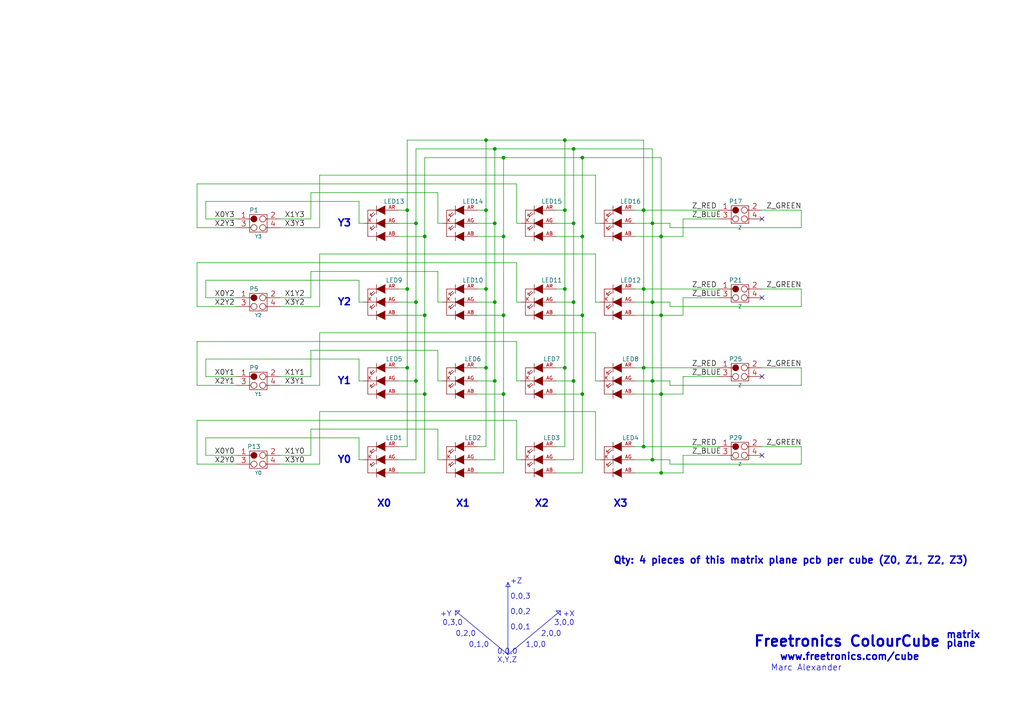
<source format=kicad_sch>
(kicad_sch (version 20230121) (generator eeschema)
  (paper "A4")
  (title_block (title "RGB LED Cube 4x4x4") (date "14 jul 2012") (rev "1") (company "Freetronics"))
  (lib_symbols
    (symbol "cube4-matrix-plane-rescue:LED_RGB_COM_K" (pin_names (offset 1.016) hide)
      (property "Reference" "LED" (at -3.81 2.54 0))
      (property "Value" "LED_RGB_COM_K" (at 1.27 -10.16 0))
      (symbol "LED_RGB_COM_K_0_1"
        (polyline (pts (xy 1.27 -7.62) (xy 3.81 -7.62)))
        (polyline (pts (xy 1.27 -6.35) (xy 1.27 -8.89)))
        (polyline (pts (xy 1.27 -2.54) (xy 1.27 -5.08)))
        (polyline (pts (xy 1.27 0) (xy 3.81 0)))
        (polyline (pts (xy 1.27 1.27) (xy 1.27 -1.27)))
        (polyline (pts (xy 3.81 -3.81) (xy 3.81 -7.62)))
        (polyline (pts (xy 3.81 0) (xy 3.81 -3.81)))
        (polyline (pts (xy -1.27 -6.35) (xy 1.27 -7.62) (xy -1.27 -8.89)) (fill (type outline)))
        (polyline (pts (xy -1.27 -2.54) (xy 1.27 -3.81) (xy -1.27 -5.08)) (fill (type outline)))
        (polyline (pts (xy -1.27 1.27) (xy 1.27 0) (xy -1.27 -1.27)) (fill (type outline)))
        (polyline (pts (xy 1.651 -4.826) (xy 2.794 -5.842) (xy 2.667 -5.207)))
        (polyline (pts (xy 1.651 -1.016) (xy 2.794 -2.032) (xy 2.667 -1.397)))
        (polyline (pts (xy 2.032 -4.445) (xy 3.175 -5.461) (xy 3.048 -4.826)))
        (polyline (pts (xy 2.032 -0.635) (xy 3.175 -1.651) (xy 3.048 -1.016)))
      )
      (symbol "LED_RGB_COM_K_1_1"
        (pin passive line (at -5.08 -7.62 0) (length 3.81) (name "AB") (number "AB"))
        (pin passive line (at -5.08 -3.81 0) (length 3.81) (name "AG") (number "AG"))
        (pin passive line (at -5.08 0 0) (length 3.81) (name "AR") (number "AR"))
        (pin passive line (at 5.08 -3.81 180) (length 3.81) (name "K") (number "K"))
      )
    )
    (symbol "cube4-matrix-plane-rescue:M02X02" (pin_names (offset 0.762) hide)
      (property "Reference" "JP" (at -2.54 2.54 0))
      (property "Value" "M02X02" (at -1.27 -5.08 0))
      (symbol "M02X02_0_1"
        (circle (center -2.54 0) (radius 0.889) (fill (type outline)))
        (polyline (pts (xy -3.81 1.27) (xy 1.27 1.27) (xy 1.27 -3.81) (xy -3.81 -3.81) (xy -3.81 1.27)))
        (circle (center 0 0) (radius 0.889))
        (pin passive line (at -7.62 0 0) (length 4.191) (name "1") (number "1"))
        (pin passive line (at 5.08 0 180) (length 4.191) (name "2") (number "2"))
        (pin passive line (at -7.62 -2.54 0) (length 4.191) (name "3") (number "3"))
        (pin passive line (at 5.08 -2.54 180) (length 4.191) (name "4") (number "4"))
      )
      (symbol "M02X02_1_1"
        (circle (center -2.54 -2.54) (radius 0.889))
        (circle (center 0 -2.54) (radius 0.889))
      )
    )
  )
  (junction (at 191.77 137.16))
  (junction (at 191.77 91.44))
  (junction (at 140.97 83.82))
  (junction (at 186.69 106.68))
  (junction (at 163.83 106.68))
  (junction (at 123.19 68.58))
  (junction (at 191.77 114.3))
  (junction (at 143.51 87.63))
  (junction (at 143.51 64.77))
  (junction (at 143.51 110.49))
  (junction (at 120.65 87.63))
  (junction (at 163.83 83.82))
  (junction (at 163.83 40.64))
  (junction (at 166.37 87.63))
  (junction (at 140.97 60.96))
  (junction (at 168.91 45.72))
  (junction (at 120.65 64.77))
  (junction (at 166.37 43.18))
  (junction (at 189.23 133.35))
  (junction (at 166.37 110.49))
  (junction (at 168.91 68.58))
  (junction (at 146.05 91.44))
  (junction (at 146.05 114.3))
  (junction (at 118.11 83.82))
  (junction (at 168.91 114.3))
  (junction (at 186.69 60.96))
  (junction (at 140.97 106.68))
  (junction (at 166.37 64.77))
  (junction (at 146.05 45.72))
  (junction (at 189.23 64.77))
  (junction (at 189.23 87.63))
  (junction (at 186.69 129.54))
  (junction (at 143.51 43.18))
  (junction (at 118.11 106.68))
  (junction (at 146.05 68.58))
  (junction (at 123.19 91.44))
  (junction (at 191.77 68.58))
  (junction (at 186.69 83.82))
  (junction (at 189.23 110.49))
  (junction (at 140.97 40.64))
  (junction (at 118.11 60.96))
  (junction (at 123.19 114.3))
  (junction (at 168.91 91.44))
  (junction (at 163.83 60.96))
  (junction (at 120.65 110.49))
  (no_connect (at 220.98 109.22))
  (no_connect (at 220.98 132.08))
  (no_connect (at 220.98 63.5))
  (no_connect (at 220.98 86.36))
  (wire (pts (xy 186.69 60.96) (xy 186.69 40.64)))
  (wire (pts (xy 186.69 83.82) (xy 184.15 83.82)))
  (wire (pts (xy 146.05 68.58) (xy 138.43 68.58)))
  (wire (pts (xy 186.69 83.82) (xy 186.69 60.96)))
  (wire (pts (xy 194.31 64.77) (xy 189.23 64.77)))
  (wire (pts (xy 138.43 114.3) (xy 146.05 114.3)))
  (wire (pts (xy 173.99 64.77) (xy 172.72 64.77)))
  (wire (pts (xy 127 110.49) (xy 128.27 110.49)))
  (wire (pts (xy 186.69 106.68) (xy 186.69 83.82)))
  (wire (pts (xy 232.41 129.54) (xy 220.98 129.54)))
  (wire (pts (xy 118.11 40.64) (xy 118.11 60.96)))
  (polyline (pts (xy 162.56 177.165) (xy 161.29 177.165)))
  (wire (pts (xy 127 124.46) (xy 127 133.35)))
  (wire (pts (xy 189.23 87.63) (xy 189.23 110.49)))
  (wire (pts (xy 57.15 53.34) (xy 149.86 53.34)))
  (wire (pts (xy 166.37 133.35) (xy 166.37 110.49)))
  (wire (pts (xy 115.57 87.63) (xy 120.65 87.63)))
  (wire (pts (xy 127 133.35) (xy 128.27 133.35)))
  (wire (pts (xy 59.69 127) (xy 59.69 132.08)))
  (wire (pts (xy 115.57 133.35) (xy 120.65 133.35)))
  (wire (pts (xy 123.19 137.16) (xy 123.19 114.3)))
  (wire (pts (xy 172.72 110.49) (xy 173.99 110.49)))
  (wire (pts (xy 143.51 43.18) (xy 143.51 64.77)))
  (wire (pts (xy 198.12 109.22) (xy 208.28 109.22)))
  (wire (pts (xy 208.28 106.68) (xy 186.69 106.68)))
  (wire (pts (xy 59.69 58.42) (xy 104.14 58.42)))
  (wire (pts (xy 105.41 133.35) (xy 104.14 133.35)))
  (wire (pts (xy 198.12 114.3) (xy 198.12 109.22)))
  (wire (pts (xy 92.71 66.04) (xy 81.28 66.04)))
  (wire (pts (xy 59.69 63.5) (xy 68.58 63.5)))
  (wire (pts (xy 59.69 86.36) (xy 59.69 81.28)))
  (wire (pts (xy 127 55.88) (xy 90.17 55.88)))
  (wire (pts (xy 163.83 129.54) (xy 161.29 129.54)))
  (wire (pts (xy 92.71 134.62) (xy 92.71 119.38)))
  (wire (pts (xy 163.83 60.96) (xy 163.83 83.82)))
  (wire (pts (xy 194.31 66.04) (xy 194.31 64.77)))
  (wire (pts (xy 189.23 110.49) (xy 189.23 133.35)))
  (wire (pts (xy 191.77 68.58) (xy 198.12 68.58)))
  (wire (pts (xy 149.86 133.35) (xy 149.86 121.92)))
  (wire (pts (xy 166.37 43.18) (xy 189.23 43.18)))
  (wire (pts (xy 198.12 68.58) (xy 198.12 63.5)))
  (wire (pts (xy 57.15 88.9) (xy 57.15 76.2)))
  (wire (pts (xy 232.41 88.9) (xy 232.41 83.82)))
  (wire (pts (xy 194.31 88.9) (xy 194.31 87.63)))
  (wire (pts (xy 146.05 45.72) (xy 168.91 45.72)))
  (wire (pts (xy 163.83 60.96) (xy 161.29 60.96)))
  (wire (pts (xy 186.69 129.54) (xy 186.69 106.68)))
  (wire (pts (xy 184.15 114.3) (xy 191.77 114.3)))
  (wire (pts (xy 149.86 64.77) (xy 151.13 64.77)))
  (wire (pts (xy 138.43 137.16) (xy 146.05 137.16)))
  (wire (pts (xy 127 64.77) (xy 127 55.88)))
  (wire (pts (xy 115.57 83.82) (xy 118.11 83.82)))
  (wire (pts (xy 161.29 133.35) (xy 166.37 133.35)))
  (wire (pts (xy 232.41 60.96) (xy 232.41 66.04)))
  (wire (pts (xy 208.28 86.36) (xy 198.12 86.36)))
  (wire (pts (xy 220.98 60.96) (xy 232.41 60.96)))
  (wire (pts (xy 168.91 68.58) (xy 168.91 91.44)))
  (wire (pts (xy 168.91 114.3) (xy 168.91 137.16)))
  (wire (pts (xy 92.71 96.52) (xy 172.72 96.52)))
  (wire (pts (xy 104.14 133.35) (xy 104.14 127)))
  (wire (pts (xy 172.72 64.77) (xy 172.72 50.8)))
  (wire (pts (xy 161.29 114.3) (xy 168.91 114.3)))
  (wire (pts (xy 168.91 68.58) (xy 161.29 68.58)))
  (wire (pts (xy 149.86 110.49) (xy 149.86 99.06)))
  (polyline (pts (xy 147.32 189.865) (xy 147.32 168.91)))
  (wire (pts (xy 140.97 83.82) (xy 140.97 60.96)))
  (wire (pts (xy 143.51 64.77) (xy 143.51 87.63)))
  (wire (pts (xy 149.86 87.63) (xy 149.86 76.2)))
  (wire (pts (xy 104.14 81.28) (xy 59.69 81.28)))
  (wire (pts (xy 138.43 129.54) (xy 140.97 129.54)))
  (wire (pts (xy 128.27 64.77) (xy 127 64.77)))
  (wire (pts (xy 194.31 133.35) (xy 189.23 133.35)))
  (wire (pts (xy 90.17 86.36) (xy 90.17 78.74)))
  (wire (pts (xy 172.72 50.8) (xy 92.71 50.8)))
  (wire (pts (xy 166.37 64.77) (xy 166.37 43.18)))
  (wire (pts (xy 138.43 110.49) (xy 143.51 110.49)))
  (wire (pts (xy 104.14 87.63) (xy 104.14 81.28)))
  (wire (pts (xy 184.15 91.44) (xy 191.77 91.44)))
  (wire (pts (xy 57.15 66.04) (xy 57.15 53.34)))
  (polyline (pts (xy 132.08 177.165) (xy 132.08 178.435)))
  (wire (pts (xy 189.23 64.77) (xy 184.15 64.77)))
  (wire (pts (xy 104.14 110.49) (xy 105.41 110.49)))
  (wire (pts (xy 123.19 137.16) (xy 115.57 137.16)))
  (wire (pts (xy 191.77 114.3) (xy 191.77 137.16)))
  (wire (pts (xy 123.19 114.3) (xy 123.19 91.44)))
  (wire (pts (xy 146.05 91.44) (xy 146.05 68.58)))
  (wire (pts (xy 232.41 111.76) (xy 194.31 111.76)))
  (polyline (pts (xy 133.35 177.165) (xy 132.08 178.435)))
  (wire (pts (xy 68.58 66.04) (xy 57.15 66.04)))
  (wire (pts (xy 163.83 40.64) (xy 163.83 60.96)))
  (wire (pts (xy 232.41 66.04) (xy 194.31 66.04)))
  (wire (pts (xy 198.12 86.36) (xy 198.12 91.44)))
  (wire (pts (xy 172.72 73.66) (xy 172.72 87.63)))
  (polyline (pts (xy 132.08 177.165) (xy 147.32 189.865)))
  (wire (pts (xy 104.14 127) (xy 59.69 127)))
  (wire (pts (xy 138.43 83.82) (xy 140.97 83.82)))
  (wire (pts (xy 81.28 134.62) (xy 92.71 134.62)))
  (wire (pts (xy 120.65 64.77) (xy 120.65 43.18)))
  (wire (pts (xy 198.12 132.08) (xy 198.12 137.16)))
  (wire (pts (xy 143.51 110.49) (xy 143.51 133.35)))
  (wire (pts (xy 57.15 121.92) (xy 57.15 134.62)))
  (wire (pts (xy 118.11 60.96) (xy 115.57 60.96)))
  (wire (pts (xy 90.17 101.6) (xy 90.17 109.22)))
  (wire (pts (xy 59.69 109.22) (xy 59.69 104.14)))
  (wire (pts (xy 59.69 132.08) (xy 68.58 132.08)))
  (wire (pts (xy 191.77 114.3) (xy 198.12 114.3)))
  (wire (pts (xy 115.57 114.3) (xy 123.19 114.3)))
  (wire (pts (xy 105.41 87.63) (xy 104.14 87.63)))
  (wire (pts (xy 123.19 91.44) (xy 123.19 68.58)))
  (wire (pts (xy 149.86 76.2) (xy 57.15 76.2)))
  (wire (pts (xy 92.71 119.38) (xy 172.72 119.38)))
  (wire (pts (xy 161.29 91.44) (xy 168.91 91.44)))
  (wire (pts (xy 120.65 87.63) (xy 120.65 64.77)))
  (wire (pts (xy 189.23 43.18) (xy 189.23 64.77)))
  (wire (pts (xy 92.71 50.8) (xy 92.71 66.04)))
  (wire (pts (xy 220.98 106.68) (xy 232.41 106.68)))
  (wire (pts (xy 140.97 106.68) (xy 140.97 83.82)))
  (wire (pts (xy 232.41 134.62) (xy 232.41 129.54)))
  (wire (pts (xy 104.14 64.77) (xy 105.41 64.77)))
  (wire (pts (xy 198.12 63.5) (xy 208.28 63.5)))
  (wire (pts (xy 143.51 64.77) (xy 138.43 64.77)))
  (wire (pts (xy 194.31 88.9) (xy 232.41 88.9)))
  (wire (pts (xy 166.37 87.63) (xy 166.37 64.77)))
  (wire (pts (xy 118.11 60.96) (xy 118.11 83.82)))
  (polyline (pts (xy 146.685 170.18) (xy 147.32 168.91)))
  (wire (pts (xy 161.29 110.49) (xy 166.37 110.49)))
  (wire (pts (xy 115.57 106.68) (xy 118.11 106.68)))
  (wire (pts (xy 120.65 133.35) (xy 120.65 110.49)))
  (wire (pts (xy 208.28 83.82) (xy 186.69 83.82)))
  (wire (pts (xy 90.17 55.88) (xy 90.17 63.5)))
  (wire (pts (xy 191.77 68.58) (xy 191.77 91.44)))
  (wire (pts (xy 151.13 110.49) (xy 149.86 110.49)))
  (wire (pts (xy 172.72 119.38) (xy 172.72 133.35)))
  (wire (pts (xy 140.97 40.64) (xy 118.11 40.64)))
  (wire (pts (xy 168.91 137.16) (xy 161.29 137.16)))
  (wire (pts (xy 189.23 133.35) (xy 184.15 133.35)))
  (wire (pts (xy 149.86 53.34) (xy 149.86 64.77)))
  (wire (pts (xy 198.12 137.16) (xy 191.77 137.16)))
  (wire (pts (xy 57.15 111.76) (xy 68.58 111.76)))
  (polyline (pts (xy 162.56 177.165) (xy 147.32 189.865)))
  (wire (pts (xy 208.28 129.54) (xy 186.69 129.54)))
  (wire (pts (xy 146.05 114.3) (xy 146.05 91.44)))
  (wire (pts (xy 59.69 63.5) (xy 59.69 58.42)))
  (wire (pts (xy 138.43 91.44) (xy 146.05 91.44)))
  (wire (pts (xy 120.65 110.49) (xy 120.65 87.63)))
  (wire (pts (xy 191.77 91.44) (xy 191.77 114.3)))
  (wire (pts (xy 151.13 87.63) (xy 149.86 87.63)))
  (wire (pts (xy 168.91 45.72) (xy 191.77 45.72)))
  (wire (pts (xy 90.17 78.74) (xy 127 78.74)))
  (wire (pts (xy 68.58 88.9) (xy 57.15 88.9)))
  (wire (pts (xy 143.51 87.63) (xy 143.51 110.49)))
  (wire (pts (xy 92.71 96.52) (xy 92.71 111.76)))
  (wire (pts (xy 90.17 109.22) (xy 81.28 109.22)))
  (wire (pts (xy 186.69 40.64) (xy 163.83 40.64)))
  (wire (pts (xy 92.71 111.76) (xy 81.28 111.76)))
  (wire (pts (xy 208.28 132.08) (xy 198.12 132.08)))
  (wire (pts (xy 120.65 64.77) (xy 115.57 64.77)))
  (polyline (pts (xy 162.56 177.165) (xy 162.56 178.435)))
  (wire (pts (xy 189.23 110.49) (xy 184.15 110.49)))
  (wire (pts (xy 59.69 86.36) (xy 68.58 86.36)))
  (wire (pts (xy 166.37 110.49) (xy 166.37 87.63)))
  (wire (pts (xy 189.23 87.63) (xy 184.15 87.63)))
  (wire (pts (xy 161.29 87.63) (xy 166.37 87.63)))
  (wire (pts (xy 140.97 129.54) (xy 140.97 106.68)))
  (wire (pts (xy 189.23 64.77) (xy 189.23 87.63)))
  (polyline (pts (xy 146.685 170.18) (xy 147.955 170.18)))
  (wire (pts (xy 191.77 91.44) (xy 198.12 91.44)))
  (wire (pts (xy 118.11 83.82) (xy 118.11 106.68)))
  (wire (pts (xy 149.86 121.92) (xy 57.15 121.92)))
  (wire (pts (xy 186.69 60.96) (xy 184.15 60.96)))
  (wire (pts (xy 57.15 111.76) (xy 57.15 99.06)))
  (wire (pts (xy 90.17 132.08) (xy 90.17 124.46)))
  (wire (pts (xy 161.29 83.82) (xy 163.83 83.82)))
  (wire (pts (xy 232.41 83.82) (xy 220.98 83.82)))
  (wire (pts (xy 140.97 60.96) (xy 138.43 60.96)))
  (wire (pts (xy 118.11 129.54) (xy 115.57 129.54)))
  (wire (pts (xy 90.17 124.46) (xy 127 124.46)))
  (wire (pts (xy 163.83 83.82) (xy 163.83 106.68)))
  (wire (pts (xy 140.97 60.96) (xy 140.97 40.64)))
  (wire (pts (xy 143.51 133.35) (xy 138.43 133.35)))
  (wire (pts (xy 146.05 137.16) (xy 146.05 114.3)))
  (wire (pts (xy 166.37 64.77) (xy 161.29 64.77)))
  (polyline (pts (xy 161.29 177.165) (xy 162.56 178.435)))
  (wire (pts (xy 232.41 106.68) (xy 232.41 111.76)))
  (wire (pts (xy 172.72 133.35) (xy 173.99 133.35)))
  (wire (pts (xy 104.14 104.14) (xy 104.14 110.49)))
  (wire (pts (xy 127 87.63) (xy 128.27 87.63)))
  (wire (pts (xy 90.17 63.5) (xy 81.28 63.5)))
  (wire (pts (xy 138.43 106.68) (xy 140.97 106.68)))
  (wire (pts (xy 194.31 111.76) (xy 194.31 110.49)))
  (wire (pts (xy 163.83 106.68) (xy 163.83 129.54)))
  (wire (pts (xy 172.72 87.63) (xy 173.99 87.63)))
  (wire (pts (xy 127 101.6) (xy 127 110.49)))
  (wire (pts (xy 186.69 129.54) (xy 184.15 129.54)))
  (wire (pts (xy 81.28 86.36) (xy 90.17 86.36)))
  (wire (pts (xy 163.83 40.64) (xy 140.97 40.64)))
  (wire (pts (xy 194.31 134.62) (xy 232.41 134.62)))
  (wire (pts (xy 92.71 88.9) (xy 92.71 73.66)))
  (wire (pts (xy 104.14 104.14) (xy 59.69 104.14)))
  (wire (pts (xy 138.43 87.63) (xy 143.51 87.63)))
  (wire (pts (xy 115.57 110.49) (xy 120.65 110.49)))
  (wire (pts (xy 57.15 99.06) (xy 149.86 99.06)))
  (wire (pts (xy 194.31 110.49) (xy 189.23 110.49)))
  (wire (pts (xy 123.19 68.58) (xy 115.57 68.58)))
  (wire (pts (xy 186.69 106.68) (xy 184.15 106.68)))
  (wire (pts (xy 184.15 68.58) (xy 191.77 68.58)))
  (wire (pts (xy 90.17 101.6) (xy 127 101.6)))
  (wire (pts (xy 151.13 133.35) (xy 149.86 133.35)))
  (wire (pts (xy 81.28 132.08) (xy 90.17 132.08)))
  (wire (pts (xy 168.91 45.72) (xy 168.91 68.58)))
  (wire (pts (xy 115.57 91.44) (xy 123.19 91.44)))
  (wire (pts (xy 118.11 106.68) (xy 118.11 129.54)))
  (wire (pts (xy 143.51 43.18) (xy 166.37 43.18)))
  (wire (pts (xy 68.58 109.22) (xy 59.69 109.22)))
  (wire (pts (xy 127 78.74) (xy 127 87.63)))
  (wire (pts (xy 146.05 68.58) (xy 146.05 45.72)))
  (wire (pts (xy 194.31 134.62) (xy 194.31 133.35)))
  (wire (pts (xy 120.65 43.18) (xy 143.51 43.18)))
  (wire (pts (xy 194.31 87.63) (xy 189.23 87.63)))
  (wire (pts (xy 57.15 134.62) (xy 68.58 134.62)))
  (wire (pts (xy 123.19 68.58) (xy 123.19 45.72)))
  (wire (pts (xy 191.77 45.72) (xy 191.77 68.58)))
  (wire (pts (xy 191.77 137.16) (xy 184.15 137.16)))
  (polyline (pts (xy 147.955 170.18) (xy 147.32 168.91)))
  (wire (pts (xy 104.14 58.42) (xy 104.14 64.77)))
  (wire (pts (xy 168.91 91.44) (xy 168.91 114.3)))
  (wire (pts (xy 172.72 96.52) (xy 172.72 110.49)))
  (polyline (pts (xy 133.35 177.165) (xy 132.08 177.165)))
  (wire (pts (xy 92.71 73.66) (xy 172.72 73.66)))
  (wire (pts (xy 208.28 60.96) (xy 186.69 60.96)))
  (wire (pts (xy 161.29 106.68) (xy 163.83 106.68)))
  (wire (pts (xy 123.19 45.72) (xy 146.05 45.72)))
  (wire (pts (xy 81.28 88.9) (xy 92.71 88.9)))
  (text "X2" (at 154.94 147.32 0) (effects (font (size 2.032 2.032) (thickness 0.4064) bold) (justify left bottom)))
  (text "0,0,2" (at 147.955 178.435 0) (effects (font (size 1.524 1.524)) (justify left bottom)))
  (text "0,0,0\nX,Y,Z" (at 144.145 192.405 0) (effects (font (size 1.524 1.524)) (justify left bottom)))
  (text "Y3" (at 97.79 66.04 0) (effects (font (size 2.032 2.032) (thickness 0.4064) bold) (justify left bottom)))
  (text "Qty: 4 pieces of this matrix plane pcb per cube (Z0, Z1, Z2, Z3)" (at 177.8 163.83 0) (effects (font (size 2.032 2.032) (thickness 0.4064) bold) (justify left bottom)))
  (text "1,0,0" (at 152.4 187.96 0) (effects (font (size 1.524 1.524)) (justify left bottom)))
  (text "+Y" (at 127.635 179.07 0) (effects (font (size 1.524 1.524)) (justify left bottom)))
  (text "0,1,0" (at 135.89 187.96 0) (effects (font (size 1.524 1.524)) (justify left bottom)))
  (text "Freetronics ColourCube" (at 218.44 187.96 0) (effects (font (size 3.048 3.048) (thickness 0.6096) bold) (justify left bottom)))
  (text "X0" (at 109.22 147.32 0) (effects (font (size 2.032 2.032) (thickness 0.4064) bold) (justify left bottom)))
  (text "Y1" (at 97.79 111.76 0) (effects (font (size 2.032 2.032) (thickness 0.4064) bold) (justify left bottom)))
  (text "plane" (at 274.32 187.96 0) (effects (font (size 2.032 2.032) (thickness 0.4064) bold) (justify left bottom)))
  (text "0,2,0" (at 132.08 184.785 0) (effects (font (size 1.524 1.524)) (justify left bottom)))
  (text "www.freetronics.com/cube" (at 226.06 191.77 0) (effects (font (size 2.032 2.032) (thickness 0.4064) bold) (justify left bottom)))
  (text "+X" (at 163.195 179.07 0) (effects (font (size 1.524 1.524)) (justify left bottom)))
  (text "X1" (at 132.08 147.32 0) (effects (font (size 2.032 2.032) (thickness 0.4064) bold) (justify left bottom)))
  (text "+Z" (at 147.955 169.545 0) (effects (font (size 1.524 1.524)) (justify left bottom)))
  (text "0,0,3" (at 147.955 173.99 0) (effects (font (size 1.524 1.524)) (justify left bottom)))
  (text "Marc Alexander" (at 223.52 194.818 0) (effects (font (size 1.778 1.778)) (justify left bottom)))
  (text "X3" (at 177.8 147.32 0) (effects (font (size 2.032 2.032) (thickness 0.4064) bold) (justify left bottom)))
  (text "2,0,0" (at 156.845 184.785 0) (effects (font (size 1.524 1.524)) (justify left bottom)))
  (text "Y0" (at 97.79 134.62 0) (effects (font (size 2.032 2.032) (thickness 0.4064) bold) (justify left bottom)))
  (text "matrix" (at 274.32 185.42 0) (effects (font (size 2.032 2.032) (thickness 0.4064) bold) (justify left bottom)))
  (text "0,0,1" (at 147.955 182.88 0) (effects (font (size 1.524 1.524)) (justify left bottom)))
  (text "0,3,0" (at 128.27 181.61 0) (effects (font (size 1.524 1.524)) (justify left bottom)))
  (text "Y2" (at 97.79 88.9 0) (effects (font (size 2.032 2.032) (thickness 0.4064) bold) (justify left bottom)))
  (text "3,0,0" (at 160.655 181.61 0) (effects (font (size 1.524 1.524)) (justify left bottom)))
  (label "X2Y0" (at 62.23 134.62 0) (effects (font (size 1.524 1.524))))
  (label "X0Y1" (at 62.23 109.22 0) (effects (font (size 1.524 1.524))))
  (label "Z_RED" (at 200.66 60.96 0) (effects (font (size 1.524 1.524))))
  (label "Z_BLUE" (at 200.66 86.36 0) (effects (font (size 1.524 1.524))))
  (label "X2Y3" (at 62.23 66.04 0) (effects (font (size 1.524 1.524))))
  (label "X1Y0" (at 82.55 132.08 0) (effects (font (size 1.524 1.524))))
  (label "Z_RED" (at 200.66 129.54 0) (effects (font (size 1.524 1.524))))
  (label "Z_RED" (at 200.66 106.68 0) (effects (font (size 1.524 1.524))))
  (label "Z_GREEN" (at 222.25 83.82 0) (effects (font (size 1.524 1.524))))
  (label "X1Y3" (at 82.55 63.5 0) (effects (font (size 1.524 1.524))))
  (label "Z_GREEN" (at 222.25 129.54 0) (effects (font (size 1.524 1.524))))
  (label "Z_RED" (at 200.66 83.82 0) (effects (font (size 1.524 1.524))))
  (label "X3Y2" (at 82.55 88.9 0) (effects (font (size 1.524 1.524))))
  (label "Z_BLUE" (at 200.66 109.22 0) (effects (font (size 1.524 1.524))))
  (label "X1Y2" (at 82.55 86.36 0) (effects (font (size 1.524 1.524))))
  (label "X0Y2" (at 62.23 86.36 0) (effects (font (size 1.524 1.524))))
  (label "X1Y1" (at 82.55 109.22 0) (effects (font (size 1.524 1.524))))
  (label "X0Y3" (at 62.23 63.5 0) (effects (font (size 1.524 1.524))))
  (label "X3Y3" (at 82.55 66.04 0) (effects (font (size 1.524 1.524))))
  (label "Z_BLUE" (at 200.66 132.08 0) (effects (font (size 1.524 1.524))))
  (label "X3Y0" (at 82.55 134.62 0) (effects (font (size 1.524 1.524))))
  (label "X2Y1" (at 62.23 111.76 0) (effects (font (size 1.524 1.524))))
  (label "Z_GREEN" (at 222.25 60.96 0) (effects (font (size 1.524 1.524))))
  (label "Z_BLUE" (at 200.66 63.5 0) (effects (font (size 1.524 1.524))))
  (label "X3Y1" (at 82.55 111.76 0) (effects (font (size 1.524 1.524))))
  (label "X2Y2" (at 62.23 88.9 0) (effects (font (size 1.524 1.524))))
  (label "X0Y0" (at 62.23 132.08 0) (effects (font (size 1.524 1.524))))
  (label "Z_GREEN" (at 222.25 106.68 0) (effects (font (size 1.524 1.524))))
  (symbol (lib_id "cube4-matrix-plane-rescue:LED_RGB_COM_K") (at 110.49 129.54 0) (mirror y) (unit 1)
    (property "Reference" "LED1" (at 114.3 127 0))
    (property "Value" "LED_RGB_COM_K" (effects hide))
    (property "Footprint" "LED_RGB_8MM_COM_K" (effects hide))
  )
  (symbol (lib_id "cube4-matrix-plane-rescue:LED_RGB_COM_K") (at 133.35 129.54 0) (mirror y) (unit 1)
    (property "Reference" "LED2" (at 137.16 127 0))
    (property "Value" "LED_RGB_COM_K" (effects hide))
    (property "Footprint" "LED_RGB_8MM_COM_K" (effects hide))
  )
  (symbol (lib_id "cube4-matrix-plane-rescue:LED_RGB_COM_K") (at 156.21 129.54 0) (mirror y) (unit 1)
    (property "Reference" "LED3" (at 160.02 127 0))
    (property "Value" "LED_RGB_COM_K" (effects hide))
    (property "Footprint" "LED_RGB_8MM_COM_K" (effects hide))
  )
  (symbol (lib_id "cube4-matrix-plane-rescue:LED_RGB_COM_K") (at 179.07 129.54 0) (mirror y) (unit 1)
    (property "Reference" "LED4" (at 182.88 127 0))
    (property "Value" "LED_RGB_COM_K" (effects hide))
    (property "Footprint" "LED_RGB_8MM_COM_K" (effects hide))
  )
  (symbol (lib_id "cube4-matrix-plane-rescue:LED_RGB_COM_K") (at 179.07 106.68 0) (mirror y) (unit 1)
    (property "Reference" "LED8" (at 182.88 104.14 0))
    (property "Value" "LED_RGB_COM_K" (effects hide))
    (property "Footprint" "LED_RGB_8MM_COM_K" (effects hide))
  )
  (symbol (lib_id "cube4-matrix-plane-rescue:LED_RGB_COM_K") (at 156.21 106.68 0) (mirror y) (unit 1)
    (property "Reference" "LED7" (at 160.02 104.14 0))
    (property "Value" "LED_RGB_COM_K" (effects hide))
    (property "Footprint" "LED_RGB_8MM_COM_K" (effects hide))
  )
  (symbol (lib_id "cube4-matrix-plane-rescue:LED_RGB_COM_K") (at 133.35 106.68 0) (mirror y) (unit 1)
    (property "Reference" "LED6" (at 137.16 104.14 0))
    (property "Value" "LED_RGB_COM_K" (effects hide))
    (property "Footprint" "LED_RGB_8MM_COM_K" (effects hide))
  )
  (symbol (lib_id "cube4-matrix-plane-rescue:LED_RGB_COM_K") (at 110.49 106.68 0) (mirror y) (unit 1)
    (property "Reference" "LED5" (at 114.3 104.14 0))
    (property "Value" "LED_RGB_COM_K" (effects hide))
    (property "Footprint" "LED_RGB_8MM_COM_K" (effects hide))
  )
  (symbol (lib_id "cube4-matrix-plane-rescue:LED_RGB_COM_K") (at 110.49 60.96 0) (mirror y) (unit 1)
    (property "Reference" "LED13" (at 114.3 58.42 0))
    (property "Value" "LED_RGB_COM_K" (effects hide))
    (property "Footprint" "LED_RGB_8MM_COM_K" (effects hide))
  )
  (symbol (lib_id "cube4-matrix-plane-rescue:LED_RGB_COM_K") (at 133.35 60.96 0) (mirror y) (unit 1)
    (property "Reference" "LED14" (at 137.16 58.42 0))
    (property "Value" "LED_RGB_COM_K" (effects hide))
    (property "Footprint" "LED_RGB_8MM_COM_K" (effects hide))
  )
  (symbol (lib_id "cube4-matrix-plane-rescue:LED_RGB_COM_K") (at 156.21 60.96 0) (mirror y) (unit 1)
    (property "Reference" "LED15" (at 160.02 58.42 0))
    (property "Value" "LED_RGB_COM_K" (effects hide))
    (property "Footprint" "LED_RGB_8MM_COM_K" (effects hide))
  )
  (symbol (lib_id "cube4-matrix-plane-rescue:LED_RGB_COM_K") (at 179.07 60.96 0) (mirror y) (unit 1)
    (property "Reference" "LED16" (at 182.88 58.42 0))
    (property "Value" "LED_RGB_COM_K" (effects hide))
    (property "Footprint" "LED_RGB_8MM_COM_K" (effects hide))
  )
  (symbol (lib_id "cube4-matrix-plane-rescue:LED_RGB_COM_K") (at 179.07 83.82 0) (mirror y) (unit 1)
    (property "Reference" "LED12" (at 182.88 81.28 0))
    (property "Value" "LED_RGB_COM_K" (effects hide))
    (property "Footprint" "LED_RGB_8MM_COM_K" (effects hide))
  )
  (symbol (lib_id "cube4-matrix-plane-rescue:LED_RGB_COM_K") (at 156.21 83.82 0) (mirror y) (unit 1)
    (property "Reference" "LED11" (at 160.02 81.28 0))
    (property "Value" "LED_RGB_COM_K" (effects hide))
    (property "Footprint" "LED_RGB_8MM_COM_K" (effects hide))
  )
  (symbol (lib_id "cube4-matrix-plane-rescue:LED_RGB_COM_K") (at 133.35 83.82 0) (mirror y) (unit 1)
    (property "Reference" "LED10" (at 137.16 81.28 0))
    (property "Value" "LED_RGB_COM_K" (effects hide))
    (property "Footprint" "LED_RGB_8MM_COM_K" (effects hide))
  )
  (symbol (lib_id "cube4-matrix-plane-rescue:M02X02") (at 215.9 60.96 0) (unit 1)
    (property "Reference" "P17" (at 213.36 58.42 0))
    (property "Value" "Z" (at 214.63 66.04 0) (effects (font (size 1.016 1.016))))
    (property "Footprint" "LED_MATRIX_PLANE_4PAD" (effects hide))
  )
  (symbol (lib_id "cube4-matrix-plane-rescue:M02X02") (at 76.2 132.08 0) (unit 1)
    (property "Reference" "P13" (at 73.66 129.54 0))
    (property "Value" "Y0" (at 74.93 137.16 0) (effects (font (size 1.016 1.016))))
    (property "Footprint" "LED_MATRIX_PLANE_4PAD" (effects hide))
  )
  (symbol (lib_id "cube4-matrix-plane-rescue:M02X02") (at 76.2 109.22 0) (unit 1)
    (property "Reference" "P9" (at 73.66 106.68 0))
    (property "Value" "Y1" (at 74.93 114.3 0) (effects (font (size 1.016 1.016))))
    (property "Footprint" "LED_MATRIX_PLANE_4PAD" (effects hide))
  )
  (symbol (lib_id "cube4-matrix-plane-rescue:M02X02") (at 76.2 86.36 0) (unit 1)
    (property "Reference" "P5" (at 73.66 83.82 0))
    (property "Value" "Y2" (at 74.93 91.44 0) (effects (font (size 1.016 1.016))))
    (property "Footprint" "LED_MATRIX_PLANE_4PAD" (effects hide))
  )
  (symbol (lib_id "cube4-matrix-plane-rescue:M02X02") (at 76.2 63.5 0) (unit 1)
    (property "Reference" "P1" (at 73.66 60.96 0))
    (property "Value" "Y3" (at 74.93 68.58 0) (effects (font (size 1.016 1.016))))
    (property "Footprint" "LED_MATRIX_PLANE_4PAD" (effects hide))
  )
  (symbol (lib_id "cube4-matrix-plane-rescue:LED_RGB_COM_K") (at 110.49 83.82 0) (mirror y) (unit 1)
    (property "Reference" "LED9" (at 114.3 81.28 0))
    (property "Value" "LED_RGB_COM_K" (effects hide))
    (property "Footprint" "LED_RGB_8MM_COM_K" (effects hide))
  )
  (symbol (lib_id "cube4-matrix-plane-rescue:M02X02") (at 215.9 83.82 0) (unit 1)
    (property "Reference" "P21" (at 213.36 81.28 0))
    (property "Value" "Z" (at 214.63 88.9 0) (effects (font (size 1.016 1.016))))
    (property "Footprint" "LED_MATRIX_PLANE_4PAD" (effects hide))
  )
  (symbol (lib_id "cube4-matrix-plane-rescue:M02X02") (at 215.9 106.68 0) (unit 1)
    (property "Reference" "P25" (at 213.36 104.14 0))
    (property "Value" "Z" (at 214.63 111.76 0) (effects (font (size 1.016 1.016))))
    (property "Footprint" "LED_MATRIX_PLANE_4PAD" (effects hide))
  )
  (symbol (lib_id "cube4-matrix-plane-rescue:M02X02") (at 215.9 129.54 0) (unit 1)
    (property "Reference" "P29" (at 213.36 127 0))
    (property "Value" "Z" (at 214.63 134.62 0) (effects (font (size 1.016 1.016))))
    (property "Footprint" "LED_MATRIX_PLANE_4PAD" (effects hide))
  )
)
</source>
